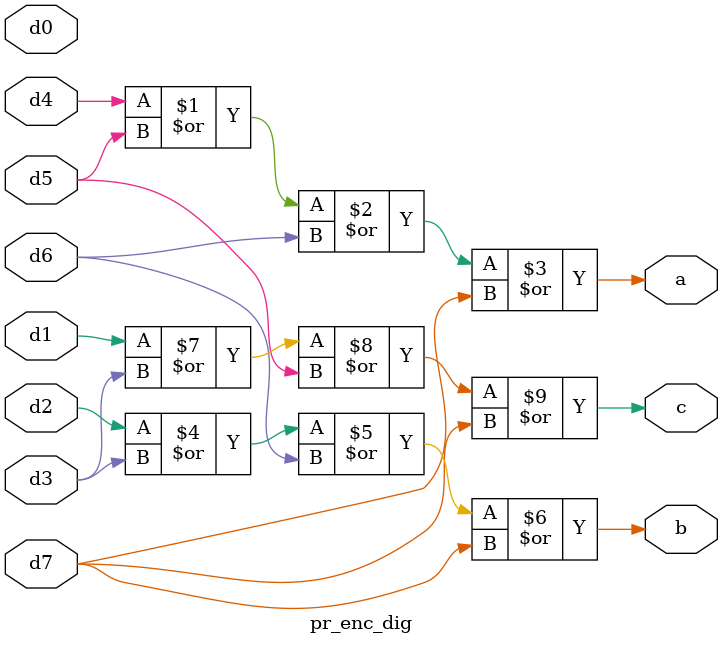
<source format=v>
module pr_enc_dig(
    input d0, input d1, input d2, input d3, input d4, input d5, input d6, input d7,
    output a, output b, output c
    );
    assign a = (d4|d5|d6|d7);
    assign b = (d2|d3|d6|d7);
    assign c = (d1|d3|d5|d7);
endmodule

</source>
